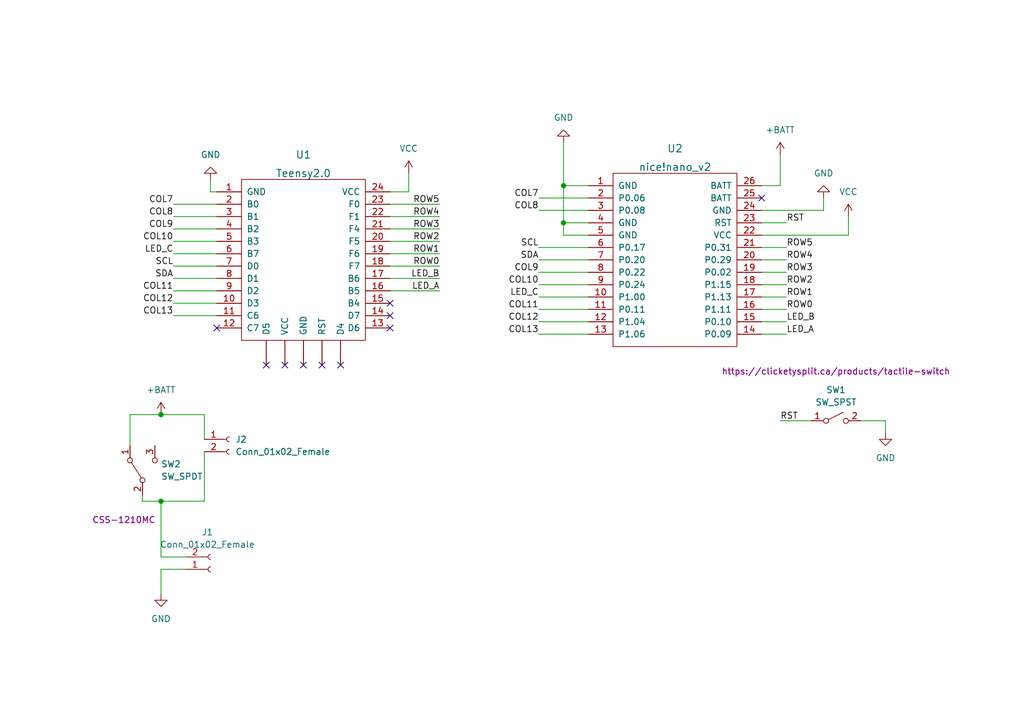
<source format=kicad_sch>
(kicad_sch (version 20211123) (generator eeschema)
  (paper "A5")
  (title_block (title "teensy to nice!nano") (date "2023-01-22") (rev "r1"))
  (lib_symbols
    (symbol "Connector:Conn_01x02_Female" (pin_names (offset 1.016) hide)
      (property "Reference" "J" (at 0 2.54 0))
      (property "Value" "Conn_01x02_Female" (at 0 -5.08 0))
      (symbol "Conn_01x02_Female_1_1"
        (arc (start 0 -2.032) (mid -0.508 -2.54) (end 0 -3.048) (stroke (width 0.1524)))
        (polyline (pts (xy -1.27 -2.54) (xy -0.508 -2.54)) (stroke (width 0.1524)))
        (polyline (pts (xy -1.27 0) (xy -0.508 0)) (stroke (width 0.1524)))
        (arc (start 0 0.508) (mid -0.508 0) (end 0 -0.508) (stroke (width 0.1524)))
        (pin passive line (at -5.08 0 0) (length 3.81) (name "Pin_1") (number "1"))
        (pin passive line (at -5.08 -2.54 0) (length 3.81) (name "Pin_2") (number "2"))
      )
    )
    (symbol "Switch:SW_SPDT" (pin_names (offset 0) hide)
      (property "Reference" "SW" (at 0 4.318 0))
      (property "Value" "SW_SPDT" (at 0 -5.08 0))
      (symbol "SW_SPDT_0_0"
        (circle (center -2.032 0) (radius 0.508))
        (circle (center 2.032 -2.54) (radius 0.508))
      )
      (symbol "SW_SPDT_0_1"
        (polyline (pts (xy -1.524 0.254) (xy 1.651 2.286)))
        (circle (center 2.032 2.54) (radius 0.508))
      )
      (symbol "SW_SPDT_1_1"
        (pin passive line (at 5.08 2.54 180) (length 2.54) (name "A") (number "1"))
        (pin passive line (at -5.08 0 0) (length 2.54) (name "B") (number "2"))
        (pin passive line (at 5.08 -2.54 180) (length 2.54) (name "C") (number "3"))
      )
    )
    (symbol "Switch:SW_SPST" (pin_names (offset 0) hide)
      (property "Reference" "SW" (at 0 3.175 0))
      (property "Value" "SW_SPST" (at 0 -2.54 0))
      (symbol "SW_SPST_0_0"
        (circle (center -2.032 0) (radius 0.508))
        (polyline (pts (xy -1.524 0.254) (xy 1.524 1.778)))
        (circle (center 2.032 0) (radius 0.508))
      )
      (symbol "SW_SPST_1_1"
        (pin passive line (at -5.08 0 0) (length 2.54) (name "A") (number "1"))
        (pin passive line (at 5.08 0 180) (length 2.54) (name "B") (number "2"))
      )
    )
    (symbol "power:+BATT" (power) (pin_names (offset 0))
      (property "Value" "+BATT" (at 0 3.556 0))
      (symbol "+BATT_0_1"
        (polyline (pts (xy -0.762 1.27) (xy 0 2.54)))
        (polyline (pts (xy 0 0) (xy 0 2.54)))
        (polyline (pts (xy 0 2.54) (xy 0.762 1.27)))
      )
      (symbol "+BATT_1_1"
        (pin power_in line (at 0 0 90) (length 0) hide (name "+BATT") (number "1"))
      )
    )
    (symbol "power:GND" (power) (pin_names (offset 0))
      (property "Value" "GND" (at 0 -3.81 0))
      (symbol "GND_0_1"
        (polyline (pts (xy 0 0) (xy 0 -1.27) (xy 1.27 -1.27) (xy 0 -2.54) (xy -1.27 -1.27) (xy 0 -1.27)))
      )
      (symbol "GND_1_1"
        (pin power_in line (at 0 0 270) (length 0) hide (name "GND") (number "1"))
      )
    )
    (symbol "power:VCC" (power) (pin_names (offset 0))
      (property "Value" "VCC" (at 0 3.81 0))
      (symbol "VCC_0_1"
        (polyline (pts (xy -0.762 1.27) (xy 0 2.54)))
        (polyline (pts (xy 0 0) (xy 0 2.54)))
        (polyline (pts (xy 0 2.54) (xy 0.762 1.27)))
      )
      (symbol "VCC_1_1"
        (pin power_in line (at 0 0 90) (length 0) hide (name "VCC") (number "1"))
      )
    )
    (symbol "tahnok:Teensy2.0" (pin_names (offset 1.016))
      (property "Reference" "U" (at 0 24.13 0))
      (property "Value" "Teensy2.0" (at 0 27.94 0))
      (symbol "Teensy2.0_0_1"
        (rectangle (start -12.7 21.59) (end 12.7 -11.43))
      )
      (symbol "Teensy2.0_1_1"
        (pin bidirectional line (at 7.62 -16.51 90) (length 5.08) (name "D4") (number ""))
        (pin bidirectional line (at -7.62 -16.51 90) (length 5.08) (name "D5") (number ""))
        (pin power_in line (at 0 -16.51 90) (length 5.08) (name "GND") (number ""))
        (pin bidirectional line (at 3.81 -16.51 90) (length 5.08) (name "RST") (number ""))
        (pin power_in line (at -3.81 -16.51 90) (length 5.08) (name "VCC") (number ""))
        (pin power_in line (at -17.78 19.05 0) (length 5.08) (name "GND") (number "1"))
        (pin bidirectional line (at -17.78 -3.81 0) (length 5.08) (name "D3") (number "10"))
        (pin bidirectional line (at -17.78 -6.35 0) (length 5.08) (name "C6") (number "11"))
        (pin bidirectional line (at -17.78 -8.89 0) (length 5.08) (name "C7") (number "12"))
        (pin bidirectional line (at 17.78 -8.89 180) (length 5.08) (name "D6") (number "13"))
        (pin bidirectional line (at 17.78 -6.35 180) (length 5.08) (name "D7") (number "14"))
        (pin bidirectional line (at 17.78 -3.81 180) (length 5.08) (name "B4") (number "15"))
        (pin bidirectional line (at 17.78 -1.27 180) (length 5.08) (name "B5") (number "16"))
        (pin bidirectional line (at 17.78 1.27 180) (length 5.08) (name "B6") (number "17"))
        (pin bidirectional line (at 17.78 3.81 180) (length 5.08) (name "F7") (number "18"))
        (pin bidirectional line (at 17.78 6.35 180) (length 5.08) (name "F6") (number "19"))
        (pin bidirectional line (at -17.78 16.51 0) (length 5.08) (name "B0") (number "2"))
        (pin bidirectional line (at 17.78 8.89 180) (length 5.08) (name "F5") (number "20"))
        (pin bidirectional line (at 17.78 11.43 180) (length 5.08) (name "F4") (number "21"))
        (pin bidirectional line (at 17.78 13.97 180) (length 5.08) (name "F1") (number "22"))
        (pin bidirectional line (at 17.78 16.51 180) (length 5.08) (name "F0") (number "23"))
        (pin power_in line (at 17.78 19.05 180) (length 5.08) (name "VCC") (number "24"))
        (pin bidirectional line (at -17.78 13.97 0) (length 5.08) (name "B1") (number "3"))
        (pin bidirectional line (at -17.78 11.43 0) (length 5.08) (name "B2") (number "4"))
        (pin bidirectional line (at -17.78 8.89 0) (length 5.08) (name "B3") (number "5"))
        (pin bidirectional line (at -17.78 6.35 0) (length 5.08) (name "B7") (number "6"))
        (pin bidirectional line (at -17.78 3.81 0) (length 5.08) (name "D0") (number "7"))
        (pin bidirectional line (at -17.78 1.27 0) (length 5.08) (name "D1") (number "8"))
        (pin bidirectional line (at -17.78 -1.27 0) (length 5.08) (name "D2") (number "9"))
      )
    )
    (symbol "tahnok:nice!nano_v2" (pin_names (offset 1.016))
      (property "Reference" "U" (at 0 26.67 0))
      (property "Value" "nice!nano_v2" (at 0 -13.97 0))
      (symbol "nice!nano_v2_0_0"
        (pin power_in line (at -17.78 21.59 0) (length 5.08) (name "GND") (number "1"))
        (pin power_in line (at 17.78 21.59 180) (length 5.08) (name "BATT") (number "26"))
      )
      (symbol "nice!nano_v2_0_1"
        (rectangle (start -12.7 24.13) (end 12.7 -11.43))
      )
      (symbol "nice!nano_v2_1_1"
        (pin bidirectional line (at -17.78 -1.27 0) (length 5.08) (name "P1.00") (number "10"))
        (pin bidirectional line (at -17.78 -3.81 0) (length 5.08) (name "P0.11") (number "11"))
        (pin bidirectional line (at -17.78 -6.35 0) (length 5.08) (name "P1.04") (number "12"))
        (pin bidirectional line (at -17.78 -8.89 0) (length 5.08) (name "P1.06") (number "13"))
        (pin bidirectional line (at 17.78 -8.89 180) (length 5.08) (name "P0.09") (number "14"))
        (pin bidirectional line (at 17.78 -6.35 180) (length 5.08) (name "P0.10") (number "15"))
        (pin bidirectional line (at 17.78 -3.81 180) (length 5.08) (name "P1.11") (number "16"))
        (pin bidirectional line (at 17.78 -1.27 180) (length 5.08) (name "P1.13") (number "17"))
        (pin bidirectional line (at 17.78 1.27 180) (length 5.08) (name "P1.15") (number "18"))
        (pin bidirectional line (at 17.78 3.81 180) (length 5.08) (name "P0.02") (number "19"))
        (pin bidirectional line (at -17.78 19.05 0) (length 5.08) (name "P0.06") (number "2"))
        (pin bidirectional line (at 17.78 6.35 180) (length 5.08) (name "P0.29") (number "20"))
        (pin bidirectional line (at 17.78 8.89 180) (length 5.08) (name "P0.31") (number "21"))
        (pin power_in line (at 17.78 11.43 180) (length 5.08) (name "VCC") (number "22"))
        (pin input line (at 17.78 13.97 180) (length 5.08) (name "RST") (number "23"))
        (pin power_in line (at 17.78 16.51 180) (length 5.08) (name "GND") (number "24"))
        (pin power_out line (at 17.78 19.05 180) (length 5.08) (name "BATT") (number "25"))
        (pin bidirectional line (at -17.78 16.51 0) (length 5.08) (name "P0.08") (number "3"))
        (pin power_in line (at -17.78 13.97 0) (length 5.08) (name "GND") (number "4"))
        (pin power_in line (at -17.78 11.43 0) (length 5.08) (name "GND") (number "5"))
        (pin bidirectional line (at -17.78 8.89 0) (length 5.08) (name "P0.17") (number "6"))
        (pin bidirectional line (at -17.78 6.35 0) (length 5.08) (name "P0.20") (number "7"))
        (pin bidirectional line (at -17.78 3.81 0) (length 5.08) (name "P0.22") (number "8"))
        (pin bidirectional line (at -17.78 1.27 0) (length 5.08) (name "P0.24") (number "9"))
      )
    )
  )
  (junction (at 33.02 85.09))
  (junction (at 115.57 45.72))
  (junction (at 33.02 102.87))
  (junction (at 115.57 38.1))
  (no_connect (at 80.01 62.23))
  (no_connect (at 80.01 64.77))
  (no_connect (at 156.21 40.64))
  (no_connect (at 44.45 67.31))
  (no_connect (at 66.04 74.93))
  (no_connect (at 58.42 74.93))
  (no_connect (at 69.85 74.93))
  (no_connect (at 54.61 74.93))
  (no_connect (at 62.23 74.93))
  (no_connect (at 80.01 67.31))
  (wire (pts (xy 110.49 60.96) (xy 120.65 60.96)))
  (wire (pts (xy 181.61 86.36) (xy 181.61 88.9)))
  (wire (pts (xy 110.49 50.8) (xy 120.65 50.8)))
  (wire (pts (xy 33.02 116.84) (xy 33.02 121.92)))
  (wire (pts (xy 110.49 68.58) (xy 120.65 68.58)))
  (wire (pts (xy 156.21 55.88) (xy 161.29 55.88)))
  (wire (pts (xy 33.02 85.09) (xy 41.91 85.09)))
  (wire (pts (xy 115.57 29.21) (xy 115.57 38.1)))
  (wire (pts (xy 156.21 60.96) (xy 161.29 60.96)))
  (wire (pts (xy 156.21 48.26) (xy 173.99 48.26)))
  (wire (pts (xy 29.21 102.87) (xy 33.02 102.87)))
  (wire (pts (xy 120.65 38.1) (xy 115.57 38.1)))
  (wire (pts (xy 110.49 53.34) (xy 120.65 53.34)))
  (wire (pts (xy 80.01 39.37) (xy 83.82 39.37)))
  (wire (pts (xy 156.21 38.1) (xy 160.02 38.1)))
  (wire (pts (xy 35.56 41.91) (xy 44.45 41.91)))
  (wire (pts (xy 43.18 36.83) (xy 43.18 39.37)))
  (wire (pts (xy 156.21 66.04) (xy 161.29 66.04)))
  (wire (pts (xy 35.56 49.53) (xy 44.45 49.53)))
  (wire (pts (xy 156.21 45.72) (xy 161.29 45.72)))
  (wire (pts (xy 156.21 53.34) (xy 161.29 53.34)))
  (wire (pts (xy 35.56 62.23) (xy 44.45 62.23)))
  (wire (pts (xy 110.49 58.42) (xy 120.65 58.42)))
  (wire (pts (xy 80.01 52.07) (xy 90.17 52.07)))
  (wire (pts (xy 35.56 57.15) (xy 44.45 57.15)))
  (wire (pts (xy 110.49 43.18) (xy 120.65 43.18)))
  (wire (pts (xy 35.56 54.61) (xy 44.45 54.61)))
  (wire (pts (xy 80.01 49.53) (xy 90.17 49.53)))
  (wire (pts (xy 110.49 63.5) (xy 120.65 63.5)))
  (wire (pts (xy 160.02 86.36) (xy 166.37 86.36)))
  (wire (pts (xy 35.56 59.69) (xy 44.45 59.69)))
  (wire (pts (xy 33.02 102.87) (xy 33.02 114.3)))
  (wire (pts (xy 80.01 44.45) (xy 90.17 44.45)))
  (wire (pts (xy 33.02 116.84) (xy 38.1 116.84)))
  (wire (pts (xy 110.49 55.88) (xy 120.65 55.88)))
  (wire (pts (xy 168.91 40.64) (xy 168.91 43.18)))
  (wire (pts (xy 156.21 43.18) (xy 168.91 43.18)))
  (wire (pts (xy 80.01 46.99) (xy 90.17 46.99)))
  (wire (pts (xy 26.67 85.09) (xy 26.67 91.44)))
  (wire (pts (xy 35.56 52.07) (xy 44.45 52.07)))
  (wire (pts (xy 80.01 59.69) (xy 90.17 59.69)))
  (wire (pts (xy 156.21 50.8) (xy 161.29 50.8)))
  (wire (pts (xy 41.91 92.71) (xy 41.91 102.87)))
  (wire (pts (xy 44.45 39.37) (xy 43.18 39.37)))
  (wire (pts (xy 120.65 48.26) (xy 115.57 48.26)))
  (wire (pts (xy 176.53 86.36) (xy 181.61 86.36)))
  (wire (pts (xy 173.99 44.45) (xy 173.99 48.26)))
  (wire (pts (xy 156.21 58.42) (xy 161.29 58.42)))
  (wire (pts (xy 115.57 48.26) (xy 115.57 45.72)))
  (wire (pts (xy 83.82 35.56) (xy 83.82 39.37)))
  (wire (pts (xy 110.49 40.64) (xy 120.65 40.64)))
  (wire (pts (xy 33.02 114.3) (xy 38.1 114.3)))
  (wire (pts (xy 110.49 66.04) (xy 120.65 66.04)))
  (wire (pts (xy 115.57 38.1) (xy 115.57 45.72)))
  (wire (pts (xy 35.56 46.99) (xy 44.45 46.99)))
  (wire (pts (xy 156.21 63.5) (xy 161.29 63.5)))
  (wire (pts (xy 41.91 85.09) (xy 41.91 90.17)))
  (wire (pts (xy 80.01 54.61) (xy 90.17 54.61)))
  (wire (pts (xy 26.67 85.09) (xy 33.02 85.09)))
  (wire (pts (xy 120.65 45.72) (xy 115.57 45.72)))
  (wire (pts (xy 80.01 57.15) (xy 90.17 57.15)))
  (wire (pts (xy 35.56 44.45) (xy 44.45 44.45)))
  (wire (pts (xy 80.01 41.91) (xy 90.17 41.91)))
  (wire (pts (xy 29.21 101.6) (xy 29.21 102.87)))
  (wire (pts (xy 35.56 64.77) (xy 44.45 64.77)))
  (wire (pts (xy 156.21 68.58) (xy 161.29 68.58)))
  (wire (pts (xy 160.02 31.75) (xy 160.02 38.1)))
  (wire (pts (xy 41.91 102.87) (xy 33.02 102.87)))
  (label "COL9" (at 110.49 55.88 180))
  (label "SCL" (at 35.56 54.61 180))
  (label "RST" (at 160.02 86.36 0))
  (label "COL12" (at 35.56 62.23 180))
  (label "LED_C" (at 35.56 52.07 180))
  (label "ROW1" (at 90.17 52.07 180))
  (label "COL7" (at 35.56 41.91 180))
  (label "LED_C" (at 110.49 60.96 180))
  (label "COL7" (at 110.49 40.64 180))
  (label "RST" (at 161.29 45.72 0))
  (label "LED_B" (at 90.17 57.15 180))
  (label "COL11" (at 35.56 59.69 180))
  (label "ROW3" (at 161.29 55.88 0))
  (label "COL8" (at 110.49 43.18 180))
  (label "COL13" (at 110.49 68.58 180))
  (label "ROW5" (at 90.17 41.91 180))
  (label "LED_A" (at 161.29 68.58 0))
  (label "SCL" (at 110.49 50.8 180))
  (label "ROW4" (at 161.29 53.34 0))
  (label "SDA" (at 110.49 53.34 180))
  (label "COL8" (at 35.56 44.45 180))
  (label "COL11" (at 110.49 63.5 180))
  (label "ROW5" (at 161.29 50.8 0))
  (label "ROW1" (at 161.29 60.96 0))
  (label "SDA" (at 35.56 57.15 180))
  (label "LED_B" (at 161.29 66.04 0))
  (label "COL9" (at 35.56 46.99 180))
  (label "COL12" (at 110.49 66.04 180))
  (label "COL13" (at 35.56 64.77 180))
  (label "COL10" (at 110.49 58.42 180))
  (label "ROW0" (at 161.29 63.5 0))
  (label "ROW0" (at 90.17 54.61 180))
  (label "ROW4" (at 90.17 44.45 180))
  (label "ROW2" (at 161.29 58.42 0))
  (label "ROW2" (at 90.17 49.53 180))
  (label "COL10" (at 35.56 49.53 180))
  (label "ROW3" (at 90.17 46.99 180))
  (label "LED_A" (at 90.17 59.69 180))
  (symbol (lib_id "power:GND") (at 181.61 88.9 0) (unit 1)
    (property "Reference" "#PWR07" (effects hide))
    (property "Value" "GND" (at 181.61 93.98 0))
  )
  (symbol (lib_id "tahnok:Teensy2.0") (at 62.23 58.42 0) (unit 1)
    (property "Reference" "U1" (at 62.23 31.75 0) (effects (font (size 1.524 1.524))))
    (property "Value" "Teensy2.0" (at 62.23 35.56 0) (effects (font (size 1.524 1.524))))
    (property "Footprint" "tahnok:Teensy2.0_trim" (effects hide))
  )
  (symbol (lib_id "power:GND") (at 115.57 29.21 180) (unit 1)
    (property "Reference" "#PWR01" (effects hide))
    (property "Value" "GND" (at 115.57 24.13 0))
  )
  (symbol (lib_id "Switch:SW_SPST") (at 171.45 86.36 0) (unit 1)
    (property "Reference" "SW1" (at 171.45 80.01 0))
    (property "Value" "SW_SPST" (at 171.45 82.55 0))
    (property "Footprint" "tahnok:ResetSW" (effects hide))
    (property "Datasheet" "https://clicketysplit.ca/products/tactile-switch" (at 171.45 76.2 0))
  )
  (symbol (lib_id "power:GND") (at 43.18 36.83 180) (unit 1)
    (property "Reference" "#PWR0102" (effects hide))
    (property "Value" "GND" (at 43.18 31.75 0))
  )
  (symbol (lib_id "Connector:Conn_01x02_Female") (at 43.18 116.84 0) (mirror x) (unit 1)
    (property "Reference" "J1" (at 42.545 109.22 0))
    (property "Value" "Conn_01x02_Female" (at 42.545 111.76 0))
    (property "Footprint" "tahnok:PinHeader_2x1mm_P2mm_SMD_RA" (effects hide))
  )
  (symbol (lib_id "power:+BATT") (at 33.02 85.09 0) (unit 1)
    (property "Reference" "#PWR02" (effects hide))
    (property "Value" "+BATT" (at 33.02 80.01 0))
  )
  (symbol (lib_id "power:VCC") (at 173.99 44.45 0) (unit 1)
    (property "Reference" "#PWR06" (effects hide))
    (property "Value" "VCC" (at 173.99 39.37 0))
  )
  (symbol (lib_id "power:+BATT") (at 160.02 31.75 0) (unit 1)
    (property "Reference" "#PWR04" (effects hide))
    (property "Value" "+BATT" (at 160.02 26.67 0))
  )
  (symbol (lib_id "power:VCC") (at 83.82 35.56 0) (unit 1)
    (property "Reference" "#PWR0101" (effects hide))
    (property "Value" "VCC" (at 83.82 30.48 0))
  )
  (symbol (lib_id "power:GND") (at 33.02 121.92 0) (unit 1)
    (property "Reference" "#PWR03" (effects hide))
    (property "Value" "GND" (at 33.02 127 0))
  )
  (symbol (lib_id "Connector:Conn_01x02_Female") (at 46.99 90.17 0) (unit 1)
    (property "Reference" "J2" (at 48.26 90.1699 0) (effects (justify left)))
    (property "Value" "Conn_01x02_Female" (at 48.26 92.7099 0) (effects (justify left)))
    (property "Footprint" "Connector_PinHeader_2.54mm:PinHeader_1x02_P2.54mm_Vertical" (effects hide))
  )
  (symbol (lib_id "Switch:SW_SPDT") (at 29.21 96.52 90) (unit 1)
    (property "Reference" "SW2" (at 33.02 95.2499 90) (effects (justify right)))
    (property "Value" "SW_SPDT" (at 33.02 97.7899 90) (effects (justify right)))
    (property "Footprint" "tahnok:SPDT_right_angle" (effects hide))
    (property "Datasheet" "https://www.digikey.ca/en/products/detail/nidec-copal-electronics/CSS-1210MC/1124205" (effects hide))
    (property "Digikey part" "CSS-1210MC" (at 25.4 106.68 90))
  )
  (symbol (lib_id "tahnok:nice!nano_v2") (at 138.43 59.69 0) (unit 1)
    (property "Reference" "U2" (at 138.43 30.48 0) (effects (font (size 1.524 1.524))))
    (property "Value" "nice!nano_v2" (at 138.43 34.29 0) (effects (font (size 1.524 1.524))))
    (property "Footprint" "tahnok:nice!nano v2" (effects hide))
  )
  (symbol (lib_id "power:GND") (at 168.91 40.64 180) (unit 1)
    (property "Reference" "#PWR05" (effects hide))
    (property "Value" "GND" (at 168.91 35.56 0))
  )
)
</source>
